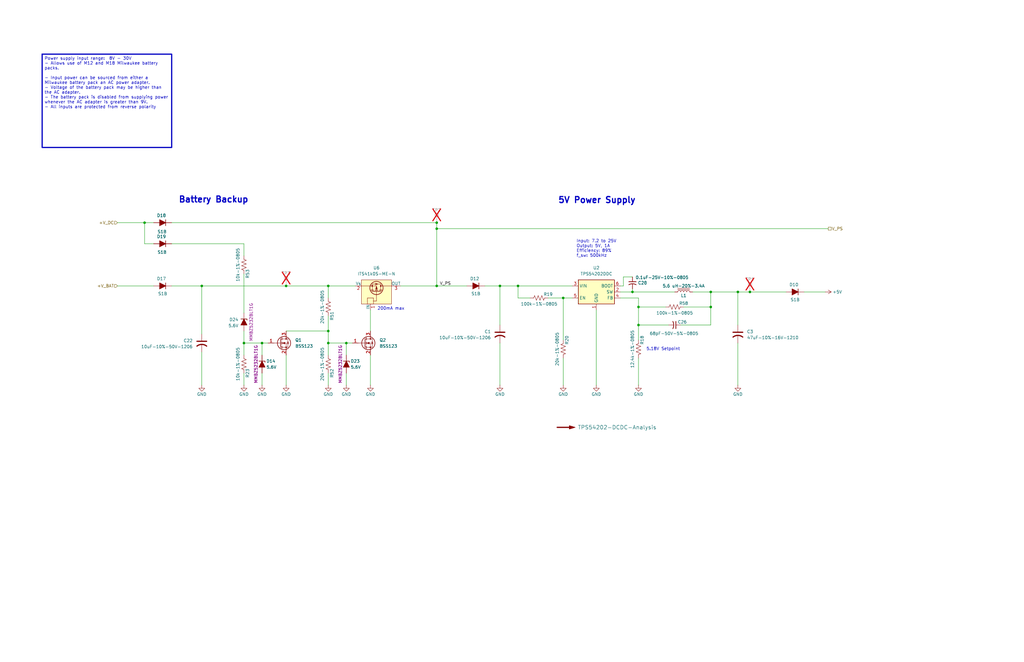
<source format=kicad_sch>
(kicad_sch (version 20250114) (generator "eeschema") (generator_version "9.0")
  (paper "B")
  (title_block (title "Pico Button Board") (date "2025-12-30") (rev "1"))
  (lib_symbols
    (symbol "Connector:TestPoint" (pin_numbers (hide yes)) (pin_names (offset 0.762) (hide yes))
      (property "Reference" "TP" (at 0 6.858 0))
      (property "Value" "TestPoint" (at 0 5.08 0))
      (symbol "TestPoint_0_1"
        (circle (center 0 3.302) (radius 0.762))
      )
      (symbol "TestPoint_1_1"
        (pin passive line (at 0 0 90) (length 2.54) (name "1") (number "1"))
      )
    )
    (symbol "Device:C_Small_US" (pin_numbers (hide yes)) (pin_names (offset 0.254) (hide yes))
      (property "Reference" "C" (at 0.254 1.778 0))
      (property "Value" "C_Small_US" (at 0.254 -2.032 0))
      (symbol "C_Small_US_0_1"
        (polyline (pts (xy -1.524 0.508) (xy 1.524 0.508)) (stroke (width 0.3048)))
        (arc (start -1.524 -0.762) (mid 0 -0.3734) (end 1.524 -0.762) (stroke (width 0.3048)))
      )
      (symbol "C_Small_US_1_1"
        (pin passive line (at 0 2.54 270) (length 2.032) (name "~") (number "1"))
        (pin passive line (at 0 -2.54 90) (length 2.032) (name "~") (number "2"))
      )
    )
    (symbol "Device:C_US" (pin_numbers (hide yes)) (pin_names (offset 0.254) (hide yes))
      (property "Reference" "C" (at 0.635 2.54 0))
      (property "Value" "C_US" (at 0.635 -2.54 0))
      (symbol "C_US_0_1"
        (polyline (pts (xy -2.032 0.762) (xy 2.032 0.762)) (stroke (width 0.508)))
        (arc (start -2.032 -1.27) (mid 0 -0.5572) (end 2.032 -1.27) (stroke (width 0.508)))
      )
      (symbol "C_US_1_1"
        (pin passive line (at 0 3.81 270) (length 2.794) (name "~") (number "1"))
        (pin passive line (at 0 -3.81 90) (length 3.302) (name "~") (number "2"))
      )
    )
    (symbol "Device:L_Iron" (pin_numbers (hide yes)) (pin_names (offset 1.016) (hide yes))
      (property "Reference" "L" (at -1.27 0 90))
      (property "Value" "L_Iron" (at 2.794 0 90))
      (symbol "L_Iron_0_1"
        (arc (start 0 2.54) (mid 0.6323 1.905) (end 0 1.27))
        (arc (start 0 1.27) (mid 0.6323 0.635) (end 0 0))
        (arc (start 0 0) (mid 0.6323 -0.635) (end 0 -1.27))
        (arc (start 0 -1.27) (mid 0.6323 -1.905) (end 0 -2.54))
        (polyline (pts (xy 1.016 2.54) (xy 1.016 -2.54)))
        (polyline (pts (xy 1.524 -2.54) (xy 1.524 2.54)))
      )
      (symbol "L_Iron_1_1"
        (pin passive line (at 0 3.81 270) (length 1.27) (name "1") (number "1"))
        (pin passive line (at 0 -3.81 90) (length 1.27) (name "2") (number "2"))
      )
    )
    (symbol "Device:R_US" (pin_numbers (hide yes)) (pin_names (offset 0))
      (property "Reference" "R" (at 2.54 0 90))
      (property "Value" "R_US" (at -2.54 0 90))
      (symbol "R_US_0_1"
        (polyline (pts (xy 0 2.286) (xy 0 2.54)))
        (polyline (pts (xy 0 2.286) (xy 1.016 1.905) (xy 0 1.524) (xy -1.016 1.143) (xy 0 0.762)))
        (polyline (pts (xy 0 0.762) (xy 1.016 0.381) (xy 0 0) (xy -1.016 -0.381) (xy 0 -0.762)))
        (polyline (pts (xy 0 -0.762) (xy 1.016 -1.143) (xy 0 -1.524) (xy -1.016 -1.905) (xy 0 -2.286)))
        (polyline (pts (xy 0 -2.286) (xy 0 -2.54)))
      )
      (symbol "R_US_1_1"
        (pin passive line (at 0 3.81 270) (length 1.27) (name "~") (number "1"))
        (pin passive line (at 0 -3.81 90) (length 1.27) (name "~") (number "2"))
      )
    )
    (symbol "Graphic:SYM_Arrow_Large" (in_bom no) (on_board no)
      (symbol "SYM_Arrow_Large_0_1"
        (polyline (pts (xy 2.54 0) (xy -3.81 0)) (stroke (width 0.508)))
        (polyline (pts (xy 3.81 0) (xy 1.27 -0.762) (xy 1.27 0.762) (xy 3.81 0)) (fill (type outline)))
      )
    )
    (symbol "Pico-ButtonBoard:BSS123" (pin_names (offset 0) (hide yes))
      (property "Reference" "Q4" (at 6.35 1.2701 0))
      (property "Value" "BSS123" (at 6.35 -1.2699 0))
      (symbol "BSS123_0_1"
        (polyline (pts (xy 0.254 1.905) (xy 0.254 -1.905)) (stroke (width 0.254)))
        (polyline (pts (xy 0.254 0) (xy -2.54 0)))
        (polyline (pts (xy 0.762 2.286) (xy 0.762 1.27)) (stroke (width 0.254)))
        (polyline (pts (xy 0.762 0.508) (xy 0.762 -0.508)) (stroke (width 0.254)))
        (polyline (pts (xy 0.762 -1.27) (xy 0.762 -2.286)) (stroke (width 0.254)))
        (polyline (pts (xy 0.762 -1.778) (xy 3.302 -1.778) (xy 3.302 1.778) (xy 0.762 1.778)))
        (polyline (pts (xy 1.016 0) (xy 2.032 0.381) (xy 2.032 -0.381) (xy 1.016 0)) (fill (type outline)))
        (circle (center 1.651 0) (radius 2.794) (stroke (width 0.254)))
        (polyline (pts (xy 2.54 2.54) (xy 2.54 1.778)))
        (circle (center 2.54 1.778) (radius 0.254) (fill (type outline)))
        (circle (center 2.54 -1.778) (radius 0.254) (fill (type outline)))
        (polyline (pts (xy 2.54 -2.54) (xy 2.54 0) (xy 0.762 0)))
        (polyline (pts (xy 2.921 0.381) (xy 3.683 0.381)))
        (polyline (pts (xy 3.302 0.381) (xy 2.921 -0.254) (xy 3.683 -0.254) (xy 3.302 0.381)))
      )
      (symbol "BSS123_1_1"
        (pin input line (at -5.08 0 0) (length 2.54) (name "G") (number "1"))
        (pin passive line (at 2.54 5.08 270) (length 2.54) (name "D") (number "3"))
        (pin passive line (at 2.54 -5.08 90) (length 2.54) (name "S") (number "2"))
      )
    )
    (symbol "Pico-ButtonBoard:ITS41k0S-ME-N" (pin_names (offset 0))
      (property "Reference" "U" (at 8.89 0 90))
      (property "Value" "ITS41k0S-ME-N" (at 0 3.81 0))
      (symbol "ITS41k0S-ME-N_0_1"
        (rectangle (start -3.81 -5.08) (end -1.27 -7.62))
        (polyline (pts (xy -2.54 0) (xy 0 0) (xy 0 -1.778)))
        (circle (center -1.778 0) (radius 0.254) (fill (type outline)))
        (polyline (pts (xy -1.27 -1.778) (xy -2.286 -1.778)) (stroke (width 0.254)))
        (polyline (pts (xy -0.508 0.254) (xy -0.381 0.381) (xy -0.381 1.143) (xy -0.254 1.27)))
        (polyline (pts (xy -0.381 0.762) (xy 0.254 0.381) (xy 0.254 1.143) (xy -0.381 0.762)))
        (polyline (pts (xy 0 -0.254) (xy 0.381 -1.27) (xy -0.381 -1.27) (xy 0 -0.254)) (fill (type outline)))
        (circle (center 0 -0.889) (radius 2.794) (stroke (width 0.254)))
        (polyline (pts (xy 0 -2.286) (xy 0 -6.35)))
        (polyline (pts (xy 0 -6.35) (xy -1.27 -6.35)))
        (polyline (pts (xy 0.508 -1.778) (xy -0.508 -1.778)) (stroke (width 0.254)))
        (circle (center 1.778 0) (radius 0.254) (fill (type outline)))
        (polyline (pts (xy 1.778 -1.778) (xy 1.778 0.762) (xy -1.778 0.762) (xy -1.778 -1.778)))
        (polyline (pts (xy 1.905 -2.286) (xy -1.905 -2.286)) (stroke (width 0.254)))
        (polyline (pts (xy 2.286 -1.778) (xy 1.27 -1.778)) (stroke (width 0.254)))
        (polyline (pts (xy 2.54 0) (xy 1.778 0)))
      )
      (symbol "ITS41k0S-ME-N_1_1"
        (rectangle (start -6.35 2.54) (end 6.35 -7.62) (fill (type background)))
        (polyline (pts (xy -6.35 0) (xy -2.54 0)))
        (polyline (pts (xy 6.35 0) (xy 2.54 0)))
        (pin passive line (at -8.89 0 0) (length 2.54) (name "Vs") (number "2"))
        (pin input line (at -2.54 -10.16 90) (length 2.54) (name "IN") (number "1"))
        (pin passive line (at 10.16 0 180) (length 3.81) (name "OUT") (number "3"))
      )
    )
    (symbol "Pico-ButtonBoard:MMBZ5236BLT1G" (pin_numbers (hide yes)) (pin_names (offset 1.016) (hide yes))
      (property "Reference" "D18" (at -1.2701 2.54 90))
      (property "Value" "7.5V" (at 1.2699 2.54 90))
      (symbol "MMBZ5236BLT1G_0_1"
        (polyline (pts (xy -1.27 -1.27) (xy -1.27 1.27) (xy -0.762 1.27)) (stroke (width 0.254)))
      )
      (symbol "MMBZ5236BLT1G_1_1"
        (polyline (pts (xy 1.27 -1.27) (xy 1.27 1.27) (xy -1.27 0) (xy 1.27 -1.27)) (stroke (width 0.254)) (fill (type outline)))
        (pin passive line (at -3.81 0 0) (length 2.54) (name "K") (number "3"))
        (pin passive line (at 3.81 0 180) (length 2.54) (name "A") (number "1"))
      )
    )
    (symbol "Pico-ButtonBoard:S1B" (pin_numbers (hide yes)) (pin_names (hide yes))
      (property "Reference" "D" (at 0 6.35 0))
      (property "Value" "S1B" (at 0 3.81 0))
      (symbol "S1B_0_1"
        (polyline (pts (xy -1.27 1.27) (xy -1.27 -1.27)) (stroke (width 0.254)))
      )
      (symbol "S1B_1_1"
        (polyline (pts (xy 1.27 1.27) (xy 1.27 -1.27) (xy -1.27 0) (xy 1.27 1.27)) (stroke (width 0.254)) (fill (type outline)))
        (pin passive line (at -3.81 0 0) (length 2.54) (name "K") (number "1"))
        (pin passive line (at 3.81 0 180) (length 2.54) (name "A") (number "2"))
      )
    )
    (symbol "Regulator_Switching:TPS54202DDC"
      (property "Reference" "U" (at -7.62 6.35 0))
      (property "Value" "TPS54202DDC" (at 0 6.35 0))
      (symbol "TPS54202DDC_0_1"
        (rectangle (start -7.62 5.08) (end 7.62 -5.08) (stroke (width 0.254)) (fill (type background)))
      )
      (symbol "TPS54202DDC_1_1"
        (pin power_in line (at -10.16 2.54 0) (length 2.54) (name "VIN") (number "3"))
        (pin input line (at -10.16 -2.54 0) (length 2.54) (name "EN") (number "5"))
        (pin power_in line (at 0 -7.62 90) (length 2.54) (name "GND") (number "1"))
        (pin passive line (at 10.16 2.54 180) (length 2.54) (name "BOOT") (number "6"))
        (pin power_out line (at 10.16 0 180) (length 2.54) (name "SW") (number "2"))
        (pin input line (at 10.16 -2.54 180) (length 2.54) (name "FB") (number "4"))
      )
    )
    (symbol "power:+5V" (power) (pin_numbers (hide yes)) (pin_names (offset 0) (hide yes))
      (property "Value" "+5V" (at 0 3.556 0))
      (symbol "+5V_0_1"
        (polyline (pts (xy -0.762 1.27) (xy 0 2.54)))
        (polyline (pts (xy 0 2.54) (xy 0.762 1.27)))
        (polyline (pts (xy 0 0) (xy 0 2.54)))
      )
      (symbol "+5V_1_1"
        (pin power_in line (at 0 0 90) (length 0) (name "~") (number "1"))
      )
    )
    (symbol "power:GND" (power) (pin_numbers (hide yes)) (pin_names (offset 0) (hide yes))
      (property "Value" "GND" (at 0 -3.81 0))
      (symbol "GND_0_1"
        (polyline (pts (xy 0 0) (xy 0 -1.27) (xy 1.27 -1.27) (xy 0 -2.54) (xy -1.27 -1.27) (xy 0 -1.27)))
      )
      (symbol "GND_1_1"
        (pin power_in line (at 0 0 270) (length 0) (name "~") (number "1"))
      )
    )
  )
  (text "Input: 7.2 to 25V\nOutput: 5V, 1A\nEfficiency: 89%\nf_sw: 500kHz" (at 243.078 104.902 0) (effects (font (size 1.27 1.27)) (justify left)))
  (text "Battery Backup" (at 104.902 84.328 0) (effects (font (size 2.54 2.54) (thickness 0.508) (bold yes)) (justify right)))
  (text "5V Power Supply" (at 251.714 84.582 0) (effects (font (size 2.54 2.54) (thickness 0.508) (bold yes))))
  (text "200mA max" (at 164.846 130.302 0) (effects (font (size 1.27 1.27))))
  (text "5.18V Setpoint" (at 279.654 147.32 0) (effects (font (size 1.27 1.27))))
  (text_box "Power supply input range:  8V - 30V\n- Allows use of M12 and M18 Milwaukee battery packs.\n\n- Input power can be sourced from either a Milwaukee battery pack an AC power adapter.\n- Voltage of the battery pack may be higher than the AC adapter.\n- The battery pack is disabled from supplying power whenever the AC adapter is greater than 9V.\n- All inputs are protected from reverse polarity" (at 17.78 22.86 0) (size 54.61 39.37) (margins 0.9525 0.9525 0.9525 0.9525) (stroke (width 0.508)) (effects (font (size 1.27 1.27)) (justify left top)))
  (junction (at 266.7 123.19))
  (junction (at 102.87 144.78))
  (junction (at 60.96 93.98))
  (junction (at 138.43 144.78))
  (junction (at 184.15 93.98))
  (junction (at 110.49 144.78))
  (junction (at 218.44 120.65))
  (junction (at 138.43 120.65))
  (junction (at 120.65 120.65))
  (junction (at 269.24 129.54))
  (junction (at 138.43 139.7))
  (junction (at 210.82 120.65))
  (junction (at 237.49 125.73))
  (junction (at 311.15 123.19))
  (junction (at 146.05 144.78))
  (junction (at 184.15 96.52))
  (junction (at 269.24 137.16))
  (junction (at 85.09 120.65))
  (junction (at 299.72 123.19))
  (junction (at 316.23 123.19))
  (junction (at 299.72 129.54))
  (junction (at 184.15 120.65))
  (wire (pts (xy 292.1 123.19) (xy 299.72 123.19)))
  (wire (pts (xy 266.7 123.19) (xy 284.48 123.19)))
  (wire (pts (xy 49.53 120.65) (xy 64.77 120.65)))
  (wire (pts (xy 311.15 137.16) (xy 311.15 123.19)))
  (wire (pts (xy 110.49 144.78) (xy 110.49 149.86)))
  (wire (pts (xy 156.21 149.86) (xy 156.21 162.56)))
  (wire (pts (xy 223.52 125.73) (xy 218.44 125.73)))
  (wire (pts (xy 85.09 120.65) (xy 120.65 120.65)))
  (wire (pts (xy 269.24 129.54) (xy 280.67 129.54)))
  (wire (pts (xy 316.23 123.19) (xy 331.47 123.19)))
  (wire (pts (xy 49.53 93.98) (xy 60.96 93.98)))
  (wire (pts (xy 269.24 137.16) (xy 281.94 137.16)))
  (wire (pts (xy 102.87 144.78) (xy 110.49 144.78)))
  (wire (pts (xy 299.72 137.16) (xy 299.72 129.54)))
  (wire (pts (xy 64.77 102.87) (xy 60.96 102.87)))
  (wire (pts (xy 218.44 125.73) (xy 218.44 120.65)))
  (wire (pts (xy 237.49 151.13) (xy 237.49 162.56)))
  (wire (pts (xy 138.43 157.48) (xy 138.43 162.56)))
  (wire (pts (xy 72.39 102.87) (xy 102.87 102.87)))
  (wire (pts (xy 110.49 144.78) (xy 113.03 144.78)))
  (wire (pts (xy 102.87 144.78) (xy 102.87 149.86)))
  (wire (pts (xy 138.43 144.78) (xy 138.43 149.86)))
  (wire (pts (xy 231.14 125.73) (xy 237.49 125.73)))
  (wire (pts (xy 210.82 120.65) (xy 210.82 137.16)))
  (wire (pts (xy 110.49 157.48) (xy 110.49 162.56)))
  (wire (pts (xy 218.44 120.65) (xy 241.3 120.65)))
  (wire (pts (xy 72.39 93.98) (xy 184.15 93.98)))
  (wire (pts (xy 85.09 120.65) (xy 85.09 140.97)))
  (wire (pts (xy 102.87 162.56) (xy 102.87 157.48)))
  (wire (pts (xy 269.24 125.73) (xy 261.62 125.73)))
  (wire (pts (xy 210.82 144.78) (xy 210.82 162.56)))
  (wire (pts (xy 138.43 120.65) (xy 149.86 120.65)))
  (wire (pts (xy 184.15 120.65) (xy 168.91 120.65)))
  (wire (pts (xy 72.39 120.65) (xy 85.09 120.65)))
  (wire (pts (xy 184.15 96.52) (xy 184.15 120.65)))
  (wire (pts (xy 146.05 144.78) (xy 148.59 144.78)))
  (wire (pts (xy 261.62 123.19) (xy 266.7 123.19)))
  (wire (pts (xy 266.7 121.92) (xy 266.7 123.19)))
  (wire (pts (xy 138.43 133.35) (xy 138.43 139.7)))
  (wire (pts (xy 184.15 93.98) (xy 184.15 96.52)))
  (wire (pts (xy 269.24 162.56) (xy 269.24 151.13)))
  (wire (pts (xy 288.29 129.54) (xy 299.72 129.54)))
  (wire (pts (xy 262.89 120.65) (xy 261.62 120.65)))
  (wire (pts (xy 210.82 120.65) (xy 218.44 120.65)))
  (wire (pts (xy 120.65 139.7) (xy 138.43 139.7)))
  (wire (pts (xy 311.15 123.19) (xy 316.23 123.19)))
  (wire (pts (xy 287.02 137.16) (xy 299.72 137.16)))
  (wire (pts (xy 311.15 162.56) (xy 311.15 144.78)))
  (wire (pts (xy 146.05 144.78) (xy 146.05 149.86)))
  (wire (pts (xy 269.24 137.16) (xy 269.24 129.54)))
  (wire (pts (xy 60.96 102.87) (xy 60.96 93.98)))
  (wire (pts (xy 60.96 93.98) (xy 64.77 93.98)))
  (wire (pts (xy 184.15 120.65) (xy 196.85 120.65)))
  (wire (pts (xy 120.65 120.65) (xy 138.43 120.65)))
  (wire (pts (xy 269.24 129.54) (xy 269.24 125.73)))
  (wire (pts (xy 262.89 116.84) (xy 262.89 120.65)))
  (wire (pts (xy 138.43 120.65) (xy 138.43 125.73)))
  (wire (pts (xy 138.43 139.7) (xy 138.43 144.78)))
  (wire (pts (xy 269.24 143.51) (xy 269.24 137.16)))
  (wire (pts (xy 156.21 130.81) (xy 156.21 139.7)))
  (wire (pts (xy 184.15 96.52) (xy 349.25 96.52)))
  (wire (pts (xy 237.49 125.73) (xy 237.49 143.51)))
  (wire (pts (xy 299.72 129.54) (xy 299.72 123.19)))
  (wire (pts (xy 251.46 130.81) (xy 251.46 162.56)))
  (wire (pts (xy 299.72 123.19) (xy 311.15 123.19)))
  (wire (pts (xy 120.65 149.86) (xy 120.65 162.56)))
  (wire (pts (xy 204.47 120.65) (xy 210.82 120.65)))
  (wire (pts (xy 102.87 139.7) (xy 102.87 144.78)))
  (wire (pts (xy 138.43 144.78) (xy 146.05 144.78)))
  (wire (pts (xy 339.09 123.19) (xy 347.98 123.19)))
  (wire (pts (xy 237.49 125.73) (xy 241.3 125.73)))
  (wire (pts (xy 85.09 148.59) (xy 85.09 162.56)))
  (wire (pts (xy 102.87 115.57) (xy 102.87 132.08)))
  (wire (pts (xy 266.7 116.84) (xy 262.89 116.84)))
  (wire (pts (xy 102.87 102.87) (xy 102.87 107.95)))
  (wire (pts (xy 146.05 157.48) (xy 146.05 162.56)))
  (label "V_PS" (at 185.42 120.65 0))
  (hierarchical_label "+V_DC" (shape input) (at 49.53 93.98 180))
  (hierarchical_label "V_PS" (shape passive) (at 349.25 96.52 0))
  (hierarchical_label "+V_BAT" (shape input) (at 49.53 120.65 180))
  (symbol (lib_id "Graphic:SYM_Arrow_Large") (at 238.76 180.34 0) (unit 1) (in_bom no) (on_board no)
    (property "Reference" "#SYM401" (effects (hide yes)))
    (property "Value" "TPS54202-DCDC-Analysis" (at 243.586 180.34 0) (effects (font (size 1.651 1.651)) (justify left)))
    (property "Datasheet" "Components/WBDesign85-TPS54202-25V-5V-1A-DCDC.pdf" (effects (hide yes)))
    (property "Description" "Filled arrow, 300mil" (effects (hide yes)))
  )
  (symbol (lib_id "Regulator_Switching:TPS54202DDC") (at 251.46 123.19 0) (unit 1)
    (property "Reference" "U2" (at 251.46 113.03 0))
    (property "Value" "TPS54202DDC" (at 251.46 115.57 0))
    (property "Footprint" "Package_TO_SOT_SMD:SOT-23-6" (effects (hide yes)))
    (property "Datasheet" "Components/TexasInstruments-tps54202.pdf" (effects (hide yes)))
    (property "Description" "2A, 4.5 to 28V Input, EMI Friendly integrated switch synchronous step-down regulator, pulse-skipping, SOT-23-6" (effects (hide yes)))
    (property "MFG" "Texas Instruments" (effects (hide yes)))
    (property "MFG P/N" "TPS54202DDCT" (effects (hide yes)))
    (property "DIST" "Digikey" (effects (hide yes)))
    (property "DIST P/N" "296-44151-1-ND" (effects (hide yes)))
  )
  (symbol (lib_id "Device:C_Small_US") (at 284.48 137.16 270) (mirror x) (unit 1)
    (property "Reference" "C26" (at 285.75 135.89 90) (effects (justify left)))
    (property "Value" "68pF-50V-5%-0805" (at 284.226 140.716 90))
    (property "Footprint" "Capacitor_SMD:C_0805_2012Metric_Pad1.18x1.45mm_HandSolder" (effects (hide yes)))
    (property "Description" "capacitor, small US symbol" (effects (hide yes)))
    (property "DIST" "Digikey" (effects (hide yes)))
    (property "DIST P/N" "311-1109-1-ND" (effects (hide yes)))
    (property "MFG" "YAGEO" (effects (hide yes)))
    (property "MFG P/N" "CC0805JRNPO9BN680" (effects (hide yes)))
  )
  (symbol (lib_id "Device:R_US") (at 284.48 129.54 270) (unit 1)
    (property "Reference" "R58" (at 288.29 128.016 90))
    (property "Value" "100k-1%-0805" (at 284.48 132.08 90))
    (property "Footprint" "Resistor_SMD:R_0805_2012Metric_Pad1.20x1.40mm_HandSolder" (effects (hide yes)))
    (property "Description" "Resistor, US symbol" (effects (hide yes)))
    (property "MFG" "YAGEO" (effects (hide yes)))
    (property "MFG P/N" "RC0805FR-07100KL" (effects (hide yes)))
    (property "DIST" "Digikey" (effects (hide yes)))
    (property "DIST P/N" "311-100KCRCT-ND" (effects (hide yes)))
  )
  (symbol (lib_id "Pico-ButtonBoard:MMBZ5236BLT1G") (at 110.49 153.67 270) (unit 1)
    (property "Reference" "D14" (at 112.268 152.4 90) (effects (justify left)))
    (property "Value" "5.6V" (at 112.268 154.94 90) (effects (justify left)))
    (property "Footprint" "Package_TO_SOT_SMD:SOT-23-3" (effects (hide yes)))
    (property "Datasheet" "Components/onsemi-MMBZ5221BLT1-D.pdf" (effects (hide yes)))
    (property "Description" "Zener diode" (effects (hide yes)))
    (property "MFG" "onsemi" (effects (hide yes)))
    (property "MFG P/N" "MMBZ5232BLT1G" (at 107.95 153.67 0))
    (property "DIST" "Digikey" (effects (hide yes)))
    (property "DIST P/N" "MMBZ5232BLT1GOSCT-ND" (effects (hide yes)))
  )
  (symbol (lib_id "Pico-ButtonBoard:S1B") (at 68.58 120.65 180) (unit 1)
    (property "Reference" "D17" (at 68.072 117.602 0))
    (property "Value" "S1B" (at 68.58 123.952 0))
    (property "Footprint" "Diode_SMD:D_SMA" (effects (hide yes)))
    (property "Datasheet" "Components/onsemi-S1B.pdf" (effects (hide yes)))
    (property "Description" "100V, 1A, General Purpose Rectifier Diode, SMA(DO-214AC)" (effects (hide yes)))
    (property "MFG" "onsemi" (effects (hide yes)))
    (property "MFG P/N" "S1B" (effects (hide yes)))
    (property "DIST" "Digikey" (effects (hide yes)))
    (property "DIST P/N" "S1BFSCT-ND" (effects (hide yes)))
  )
  (symbol (lib_id "power:GND") (at 138.43 162.56 0) (unit 1)
    (property "Reference" "#PWR0405" (effects (hide yes)))
    (property "Value" "GND" (at 138.43 166.37 0))
    (property "Description" "Power symbol creates a global label with name \"GND\" , ground" (effects (hide yes)))
  )
  (symbol (lib_id "power:GND") (at 210.82 162.56 0) (unit 1)
    (property "Reference" "#PWR0408" (effects (hide yes)))
    (property "Value" "GND" (at 210.82 166.37 0))
    (property "Description" "Power symbol creates a global label with name \"GND\" , ground" (effects (hide yes)))
  )
  (symbol (lib_id "Device:C_US") (at 85.09 144.78 0) (mirror y) (unit 1)
    (property "Reference" "C22" (at 81.28 143.7639 0) (effects (justify left)))
    (property "Value" "10uF-10%-50V-1206" (at 81.28 146.3039 0) (effects (justify left)))
    (property "Footprint" "Capacitor_SMD:C_1206_3216Metric_Pad1.33x1.80mm_HandSolder" (effects (hide yes)))
    (property "Description" "capacitor, US symbol" (effects (hide yes)))
    (property "MFG" "Samsung Electro-Mechanics" (effects (hide yes)))
    (property "MFG P/N" "CL31A106KBHNNNE" (effects (hide yes)))
    (property "DIST" "Digikey" (effects (hide yes)))
    (property "DIST P/N" "1276-2876-1-ND" (effects (hide yes)))
  )
  (symbol (lib_id "power:GND") (at 251.46 162.56 0) (unit 1)
    (property "Reference" "#PWR0410" (effects (hide yes)))
    (property "Value" "GND" (at 251.46 166.37 0))
    (property "Description" "Power symbol creates a global label with name \"GND\" , ground" (effects (hide yes)))
  )
  (symbol (lib_id "Device:R_US") (at 227.33 125.73 270) (unit 1)
    (property "Reference" "R19" (at 231.14 124.206 90))
    (property "Value" "100k-1%-0805" (at 227.33 128.27 90))
    (property "Footprint" "Resistor_SMD:R_0805_2012Metric_Pad1.20x1.40mm_HandSolder" (effects (hide yes)))
    (property "Description" "Resistor, US symbol" (effects (hide yes)))
    (property "MFG" "YAGEO" (effects (hide yes)))
    (property "MFG P/N" "RC0805FR-07100KL" (effects (hide yes)))
    (property "DIST" "Digikey" (effects (hide yes)))
    (property "DIST P/N" "311-100KCRCT-ND" (effects (hide yes)))
  )
  (symbol (lib_id "Device:L_Iron") (at 288.29 123.19 90) (unit 1)
    (property "Reference" "L1" (at 288.29 124.714 90))
    (property "Value" "5.6 uH-20%-3.4A" (at 288.29 120.65 90))
    (property "Footprint" "Pico-ButtonBoard:Cyntec-MS6-Inductor" (effects (hide yes)))
    (property "Datasheet" "Components/DeltaElectronics-(B0) VCHA042A MS6 Series_standard.pdf" (effects (hide yes)))
    (property "Description" "5.6 µH Shielded Inductor 3.4 A 71.1mOhm Max Nonstandard" (effects (hide yes)))
    (property "MFG" "Delta Electronics/Cynec" (effects (hide yes)))
    (property "MFG P/N" "VCHA042A-5R6MS6" (effects (hide yes)))
    (property "DIST" "Digikey" (effects (hide yes)))
    (property "DIST P/N" "2037-VCHA042A-5R6MS6CT-ND" (effects (hide yes)))
  )
  (symbol (lib_id "Device:R_US") (at 102.87 111.76 180) (unit 1)
    (property "Reference" "R53" (at 104.394 115.57 90))
    (property "Value" "10k-1%-0805" (at 100.33 111.76 90))
    (property "Footprint" "Resistor_SMD:R_0805_2012Metric_Pad1.20x1.40mm_HandSolder" (effects (hide yes)))
    (property "Description" "Resistor, US symbol" (effects (hide yes)))
    (property "MFG" "Vishay Dale" (effects (hide yes)))
    (property "MFG P/N" "CRCW080510K0FKEA" (effects (hide yes)))
    (property "DIST" "Digikey" (effects (hide yes)))
    (property "DIST P/N" "541-10.0KCCT-ND" (effects (hide yes)))
  )
  (symbol (lib_id "power:GND") (at 269.24 162.56 0) (unit 1)
    (property "Reference" "#PWR0411" (effects (hide yes)))
    (property "Value" "GND" (at 269.24 166.37 0))
    (property "Description" "Power symbol creates a global label with name \"GND\" , ground" (effects (hide yes)))
  )
  (symbol (lib_id "power:GND") (at 110.49 162.56 0) (unit 1)
    (property "Reference" "#PWR0403" (effects (hide yes)))
    (property "Value" "GND" (at 110.49 166.37 0))
    (property "Description" "Power symbol creates a global label with name \"GND\" , ground" (effects (hide yes)))
  )
  (symbol (lib_id "Device:R_US") (at 138.43 153.67 180) (unit 1)
    (property "Reference" "R52" (at 139.954 157.48 90))
    (property "Value" "20k-1%-0805" (at 135.89 153.67 90))
    (property "Footprint" "Resistor_SMD:R_0805_2012Metric_Pad1.20x1.40mm_HandSolder" (effects (hide yes)))
    (property "Description" "Resistor, US symbol" (effects (hide yes)))
    (property "MFG" "Panasonic" (effects (hide yes)))
    (property "MFG P/N" "ERJ-6ENF2002V" (effects (hide yes)))
    (property "DIST" "Digikey" (effects (hide yes)))
    (property "DIST P/N" "P20.0KCCT-ND" (effects (hide yes)))
  )
  (symbol (lib_id "Pico-ButtonBoard:S1B") (at 68.58 93.98 180) (unit 1)
    (property "Reference" "D18" (at 68.072 90.932 0))
    (property "Value" "S1B" (at 68.326 97.79 0))
    (property "Footprint" "Diode_SMD:D_SMA" (effects (hide yes)))
    (property "Datasheet" "Components/onsemi-S1B.pdf" (effects (hide yes)))
    (property "Description" "100V, 1A, General Purpose Rectifier Diode, SMA(DO-214AC)" (effects (hide yes)))
    (property "MFG" "onsemi" (effects (hide yes)))
    (property "MFG P/N" "S1B" (effects (hide yes)))
    (property "DIST" "Digikey" (effects (hide yes)))
    (property "DIST P/N" "S1BFSCT-ND" (effects (hide yes)))
  )
  (symbol (lib_id "Pico-ButtonBoard:S1B") (at 200.66 120.65 180) (unit 1)
    (property "Reference" "D12" (at 200.152 117.602 0))
    (property "Value" "S1B" (at 200.66 123.952 0))
    (property "Footprint" "Diode_SMD:D_SMA" (effects (hide yes)))
    (property "Datasheet" "Components/onsemi-S1B.pdf" (effects (hide yes)))
    (property "Description" "100V, 1A, General Purpose Rectifier Diode, SMA(DO-214AC)" (effects (hide yes)))
    (property "MFG" "onsemi" (effects (hide yes)))
    (property "MFG P/N" "S1B" (effects (hide yes)))
    (property "DIST" "Digikey" (effects (hide yes)))
    (property "DIST P/N" "S1BFSCT-ND" (effects (hide yes)))
  )
  (symbol (lib_id "Pico-ButtonBoard:MMBZ5236BLT1G") (at 146.05 153.67 270) (unit 1)
    (property "Reference" "D23" (at 147.828 152.4 90) (effects (justify left)))
    (property "Value" "5.6V" (at 147.828 154.94 90) (effects (justify left)))
    (property "Footprint" "Package_TO_SOT_SMD:SOT-23-3" (effects (hide yes)))
    (property "Datasheet" "Components/onsemi-MMBZ5221BLT1-D.pdf" (effects (hide yes)))
    (property "Description" "Zener diode" (effects (hide yes)))
    (property "MFG" "onsemi" (effects (hide yes)))
    (property "MFG P/N" "MMBZ5232BLT1G" (at 143.51 153.67 0))
    (property "DIST" "Digikey" (effects (hide yes)))
    (property "DIST P/N" "MMBZ5232BLT1GOSCT-ND" (effects (hide yes)))
  )
  (symbol (lib_id "power:GND") (at 120.65 162.56 0) (unit 1)
    (property "Reference" "#PWR0404" (effects (hide yes)))
    (property "Value" "GND" (at 120.65 166.37 0))
    (property "Description" "Power symbol creates a global label with name \"GND\" , ground" (effects (hide yes)))
  )
  (symbol (lib_id "power:GND") (at 311.15 162.56 0) (unit 1)
    (property "Reference" "#PWR0412" (effects (hide yes)))
    (property "Value" "GND" (at 311.15 166.37 0))
    (property "Description" "Power symbol creates a global label with name \"GND\" , ground" (effects (hide yes)))
  )
  (symbol (lib_id "power:GND") (at 102.87 162.56 0) (unit 1)
    (property "Reference" "#PWR0402" (effects (hide yes)))
    (property "Value" "GND" (at 102.87 166.37 0))
    (property "Description" "Power symbol creates a global label with name \"GND\" , ground" (effects (hide yes)))
  )
  (symbol (lib_id "Pico-ButtonBoard:S1B") (at 335.28 123.19 180) (unit 1)
    (property "Reference" "D10" (at 334.772 120.142 0))
    (property "Value" "S1B" (at 335.28 126.492 0))
    (property "Footprint" "Diode_SMD:D_SMA" (effects (hide yes)))
    (property "Datasheet" "Components/onsemi-S1B.pdf" (effects (hide yes)))
    (property "Description" "100V, 1A, General Purpose Rectifier Diode, SMA(DO-214AC)" (effects (hide yes)))
    (property "MFG" "onsemi" (effects (hide yes)))
    (property "MFG P/N" "S1B" (effects (hide yes)))
    (property "DIST" "Digikey" (effects (hide yes)))
    (property "DIST P/N" "S1BFSCT-ND" (effects (hide yes)))
  )
  (symbol (lib_id "Device:C_US") (at 210.82 140.97 0) (mirror y) (unit 1)
    (property "Reference" "C1" (at 207.01 139.9539 0) (effects (justify left)))
    (property "Value" "10uF-10%-50V-1206" (at 207.01 142.4939 0) (effects (justify left)))
    (property "Footprint" "Capacitor_SMD:C_1206_3216Metric_Pad1.33x1.80mm_HandSolder" (effects (hide yes)))
    (property "Description" "capacitor, US symbol" (effects (hide yes)))
    (property "MFG" "Samsung Electro-Mechanics" (effects (hide yes)))
    (property "MFG P/N" "CL31A106KBHNNNE" (effects (hide yes)))
    (property "DIST" "Digikey" (effects (hide yes)))
    (property "DIST P/N" "1276-2876-1-ND" (effects (hide yes)))
  )
  (symbol (lib_id "Connector:TestPoint") (at 120.65 120.65 0) (unit 1) (dnp yes)
    (property "Reference" "TP3" (at 120.65 115.316 0))
    (property "Value" "VBAT" (effects (hide yes)))
    (property "Footprint" "TestPoint:TestPoint_Keystone_5000-5004_Miniature" (effects (hide yes)))
    (property "Description" "test point" (effects (hide yes)))
  )
  (symbol (lib_id "power:GND") (at 237.49 162.56 0) (unit 1)
    (property "Reference" "#PWR0409" (effects (hide yes)))
    (property "Value" "GND" (at 237.49 166.37 0))
    (property "Description" "Power symbol creates a global label with name \"GND\" , ground" (effects (hide yes)))
  )
  (symbol (lib_id "Device:R_US") (at 269.24 147.32 0) (mirror y) (unit 1)
    (property "Reference" "R18" (at 270.764 143.51 90))
    (property "Value" "12.4k-1%-0805" (at 266.7 147.32 90))
    (property "Footprint" "Resistor_SMD:R_0805_2012Metric_Pad1.20x1.40mm_HandSolder" (effects (hide yes)))
    (property "Description" "Resistor, US symbol" (effects (hide yes)))
    (property "MFG" "Stackpole" (effects (hide yes)))
    (property "MFG P/N" "RMCF0805FT12K4" (effects (hide yes)))
    (property "DIST" "Digikey" (effects (hide yes)))
    (property "DIST P/N" "RMCF0805FT12K4CT-ND" (effects (hide yes)))
  )
  (symbol (lib_id "power:GND") (at 156.21 162.56 0) (unit 1)
    (property "Reference" "#PWR0407" (effects (hide yes)))
    (property "Value" "GND" (at 156.21 166.37 0))
    (property "Description" "Power symbol creates a global label with name \"GND\" , ground" (effects (hide yes)))
  )
  (symbol (lib_id "Device:C_Small_US") (at 266.7 119.38 0) (unit 1)
    (property "Reference" "C28" (at 268.986 119.38 0) (effects (justify left)))
    (property "Value" "0.1uF-25V-10%-0805" (at 267.97 117.094 0) (effects (justify left)))
    (property "Footprint" "Capacitor_SMD:C_0805_2012Metric_Pad1.18x1.45mm_HandSolder" (effects (hide yes)))
    (property "Description" "capacitor, small US symbol" (effects (hide yes)))
    (property "DIST" "Digikey" (effects (hide yes)))
    (property "DIST P/N" "CC0805KRX7R8BB104" (effects (hide yes)))
    (property "MFG" "YAGEO" (effects (hide yes)))
    (property "MFG P/N" "311-1141-1-ND" (effects (hide yes)))
  )
  (symbol (lib_id "Connector:TestPoint") (at 184.15 93.98 0) (unit 1) (dnp yes)
    (property "Reference" "TP2" (at 184.15 88.646 0))
    (property "Value" "VPS" (effects (hide yes)))
    (property "Footprint" "TestPoint:TestPoint_Keystone_5000-5004_Miniature" (effects (hide yes)))
    (property "Description" "test point" (effects (hide yes)))
  )
  (symbol (lib_id "Device:C_US") (at 311.15 140.97 0) (unit 1)
    (property "Reference" "C3" (at 314.96 139.9539 0) (effects (justify left)))
    (property "Value" "47uF-10%-16V-1210" (at 314.96 142.4939 0) (effects (justify left)))
    (property "Footprint" "Capacitor_SMD:C_1210_3225Metric_Pad1.33x2.70mm_HandSolder" (effects (hide yes)))
    (property "Description" "capacitor, US symbol" (effects (hide yes)))
    (property "MFG" "Samsung Electro-Mechanics" (effects (hide yes)))
    (property "MFG P/N" "CL32A476KOJNNNE" (effects (hide yes)))
    (property "DIST" "Digikey" (effects (hide yes)))
    (property "DIST P/N" "1276-3376-2-ND" (effects (hide yes)))
  )
  (symbol (lib_id "Connector:TestPoint") (at 316.23 123.19 0) (unit 1) (dnp yes)
    (property "Reference" "TP1" (at 316.23 117.856 0))
    (property "Value" "5V" (effects (hide yes)))
    (property "Footprint" "TestPoint:TestPoint_Keystone_5000-5004_Miniature" (effects (hide yes)))
    (property "Description" "test point" (effects (hide yes)))
  )
  (symbol (lib_id "Pico-ButtonBoard:ITS41k0S-ME-N") (at 158.75 120.65 0) (unit 1)
    (property "Reference" "U6" (at 158.75 113.03 0))
    (property "Value" "ITS41k0S-ME-N" (at 158.75 115.57 0))
    (property "Footprint" "Package_TO_SOT_SMD:SOT-223-3_TabPin2" (effects (hide yes)))
    (property "Datasheet" "Components/infineon-its41k0s-me-n-01092012s-ds-en.pdf" (effects (hide yes)))
    (property "Description" "Power Switch/Driver 1:1 N-Channel 200mA PG-SOT223-4" (effects (hide yes)))
    (property "MFG" "Infineon" (effects (hide yes)))
    (property "MFG P/N" "ITS41K0SMENHUMA1" (effects (hide yes)))
    (property "DIST" "Digikey" (effects (hide yes)))
    (property "DIST P/N" "ITS41K0SMENHUMA1CT-ND" (effects (hide yes)))
  )
  (symbol (lib_id "power:GND") (at 85.09 162.56 0) (unit 1)
    (property "Reference" "#PWR0401" (effects (hide yes)))
    (property "Value" "GND" (at 85.09 166.37 0))
    (property "Description" "Power symbol creates a global label with name \"GND\" , ground" (effects (hide yes)))
  )
  (symbol (lib_id "Device:R_US") (at 138.43 129.54 180) (unit 1)
    (property "Reference" "R51" (at 139.954 133.35 90))
    (property "Value" "20k-1%-0805" (at 135.89 129.54 90))
    (property "Footprint" "Resistor_SMD:R_0805_2012Metric_Pad1.20x1.40mm_HandSolder" (effects (hide yes)))
    (property "Description" "Resistor, US symbol" (effects (hide yes)))
    (property "MFG" "Panasonic" (effects (hide yes)))
    (property "MFG P/N" "ERJ-6ENF2002V" (effects (hide yes)))
    (property "DIST" "Digikey" (effects (hide yes)))
    (property "DIST P/N" "P20.0KCCT-ND" (effects (hide yes)))
  )
  (symbol (lib_id "power:+5V") (at 347.98 123.19 270) (unit 1)
    (property "Reference" "#PWR0413" (effects (hide yes)))
    (property "Value" "+5V" (at 351.028 123.19 90) (effects (justify left)))
    (property "Description" "Power symbol creates a global label with name \"+5V\"" (effects (hide yes)))
  )
  (symbol (lib_id "Pico-ButtonBoard:S1B") (at 68.58 102.87 180) (unit 1)
    (property "Reference" "D19" (at 68.072 99.822 0))
    (property "Value" "S1B" (at 68.326 106.426 0))
    (property "Footprint" "Diode_SMD:D_SMA" (effects (hide yes)))
    (property "Datasheet" "Components/onsemi-S1B.pdf" (effects (hide yes)))
    (property "Description" "100V, 1A, General Purpose Rectifier Diode, SMA(DO-214AC)" (effects (hide yes)))
    (property "MFG" "onsemi" (effects (hide yes)))
    (property "MFG P/N" "S1B" (effects (hide yes)))
    (property "DIST" "Digikey" (effects (hide yes)))
    (property "DIST P/N" "S1BFSCT-ND" (effects (hide yes)))
  )
  (symbol (lib_id "Pico-ButtonBoard:MMBZ5236BLT1G") (at 102.87 135.89 270) (unit 1)
    (property "Reference" "D24" (at 100.584 134.874 90) (effects (justify right)))
    (property "Value" "5.6V" (at 100.584 137.414 90) (effects (justify right)))
    (property "Footprint" "Package_TO_SOT_SMD:SOT-23-3" (effects (hide yes)))
    (property "Datasheet" "Components/onsemi-MMBZ5221BLT1-D.pdf" (effects (hide yes)))
    (property "Description" "Zener diode" (effects (hide yes)))
    (property "MFG" "onsemi" (effects (hide yes)))
    (property "MFG P/N" "MMBZ5232BLT1G" (at 105.918 135.89 0))
    (property "DIST" "Digikey" (effects (hide yes)))
    (property "DIST P/N" "MMBZ5232BLT1GOSCT-ND" (effects (hide yes)))
  )
  (symbol (lib_id "Device:R_US") (at 102.87 153.67 180) (unit 1)
    (property "Reference" "R23" (at 104.394 157.48 90))
    (property "Value" "10k-1%-0805" (at 100.33 153.67 90))
    (property "Footprint" "Resistor_SMD:R_0805_2012Metric_Pad1.20x1.40mm_HandSolder" (effects (hide yes)))
    (property "Description" "Resistor, US symbol" (effects (hide yes)))
    (property "MFG" "Vishay Dale" (effects (hide yes)))
    (property "MFG P/N" "CRCW080510K0FKEA" (effects (hide yes)))
    (property "DIST" "Digikey" (effects (hide yes)))
    (property "DIST P/N" "541-10.0KCCT-ND" (effects (hide yes)))
  )
  (symbol (lib_id "power:GND") (at 146.05 162.56 0) (unit 1)
    (property "Reference" "#PWR0406" (effects (hide yes)))
    (property "Value" "GND" (at 146.05 166.37 0))
    (property "Description" "Power symbol creates a global label with name \"GND\" , ground" (effects (hide yes)))
  )
  (symbol (lib_id "Device:R_US") (at 237.49 147.32 0) (mirror y) (unit 1)
    (property "Reference" "R20" (at 239.014 143.51 90))
    (property "Value" "20k-1%-0805" (at 234.95 147.32 90))
    (property "Footprint" "Resistor_SMD:R_0805_2012Metric_Pad1.20x1.40mm_HandSolder" (effects (hide yes)))
    (property "Description" "Resistor, US symbol" (effects (hide yes)))
    (property "MFG" "Panasonic" (effects (hide yes)))
    (property "MFG P/N" "ERJ-6ENF2002V" (effects (hide yes)))
    (property "DIST" "Digikey" (effects (hide yes)))
    (property "DIST P/N" "P20.0KCCT-ND" (effects (hide yes)))
  )
  (symbol (lib_id "Pico-ButtonBoard:BSS123") (at 118.11 144.78 0) (unit 1)
    (property "Reference" "Q1" (at 124.46 143.5099 0) (effects (justify left)))
    (property "Value" "BSS123" (at 124.46 146.0499 0) (effects (justify left)))
    (property "Footprint" "Package_TO_SOT_SMD:SOT-23-3" (effects (hide yes)))
    (property "Datasheet" "Components/onsemi-BSS123-D.PDF" (effects (hide yes)))
    (property "Description" "0.17A Id, 100V Vds, N-Channel MOSFET, SOT-23" (effects (hide yes)))
    (property "MFG" "onsemi" (effects (hide yes)))
    (property "MFG P/N" "BSS123" (effects (hide yes)))
    (property "DIST" "Digikey" (effects (hide yes)))
    (property "DIST P/N" "BSS123NCT-ND" (effects (hide yes)))
  )
  (symbol (lib_id "Pico-ButtonBoard:BSS123") (at 153.67 144.78 0) (unit 1)
    (property "Reference" "Q2" (at 160.02 143.5099 0) (effects (justify left)))
    (property "Value" "BSS123" (at 160.02 146.0499 0) (effects (justify left)))
    (property "Footprint" "Package_TO_SOT_SMD:SOT-23-3" (effects (hide yes)))
    (property "Datasheet" "Components/onsemi-BSS123-D.PDF" (effects (hide yes)))
    (property "Description" "0.17A Id, 100V Vds, N-Channel MOSFET, SOT-23" (effects (hide yes)))
    (property "MFG" "onsemi" (effects (hide yes)))
    (property "MFG P/N" "BSS123" (effects (hide yes)))
    (property "DIST" "Digikey" (effects (hide yes)))
    (property "DIST P/N" "BSS123NCT-ND" (effects (hide yes)))
  )
)
</source>
